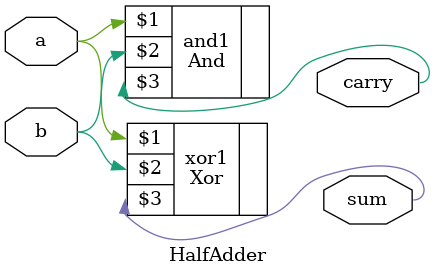
<source format=v>
`ifndef HALFADDER_V
`define HALFADDER_V
`include "xor.v"
`include "and.v"

module HalfAdder(input a, b, output sum, carry);
    Xor xor1(a, b, sum);
    And and1(a, b, carry);
endmodule
`endif
</source>
